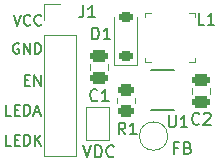
<source format=gto>
%TF.GenerationSoftware,KiCad,Pcbnew,7.0.2*%
%TF.CreationDate,2023-07-05T23:36:48-07:00*%
%TF.ProjectId,ap5726-lcd-backlight-driver,61703537-3236-42d6-9c63-642d6261636b,rev?*%
%TF.SameCoordinates,Original*%
%TF.FileFunction,Legend,Top*%
%TF.FilePolarity,Positive*%
%FSLAX46Y46*%
G04 Gerber Fmt 4.6, Leading zero omitted, Abs format (unit mm)*
G04 Created by KiCad (PCBNEW 7.0.2) date 2023-07-05 23:36:48*
%MOMM*%
%LPD*%
G01*
G04 APERTURE LIST*
G04 Aperture macros list*
%AMRoundRect*
0 Rectangle with rounded corners*
0 $1 Rounding radius*
0 $2 $3 $4 $5 $6 $7 $8 $9 X,Y pos of 4 corners*
0 Add a 4 corners polygon primitive as box body*
4,1,4,$2,$3,$4,$5,$6,$7,$8,$9,$2,$3,0*
0 Add four circle primitives for the rounded corners*
1,1,$1+$1,$2,$3*
1,1,$1+$1,$4,$5*
1,1,$1+$1,$6,$7*
1,1,$1+$1,$8,$9*
0 Add four rect primitives between the rounded corners*
20,1,$1+$1,$2,$3,$4,$5,0*
20,1,$1+$1,$4,$5,$6,$7,0*
20,1,$1+$1,$6,$7,$8,$9,0*
20,1,$1+$1,$8,$9,$2,$3,0*%
%AMOutline4P*
0 Free polygon, 4 corners , with rotation*
0 The origin of the aperture is its center*
0 number of corners: always 4*
0 $1 to $8 corner X, Y*
0 $9 Rotation angle, in degrees counterclockwise*
0 create outline with 4 corners*
4,1,4,$1,$2,$3,$4,$5,$6,$7,$8,$1,$2,$9*%
G04 Aperture macros list end*
%ADD10C,0.150000*%
%ADD11C,0.120000*%
%ADD12C,0.152400*%
%ADD13RoundRect,0.250000X-0.450000X0.262500X-0.450000X-0.262500X0.450000X-0.262500X0.450000X0.262500X0*%
%ADD14R,1.700000X1.700000*%
%ADD15O,1.700000X1.700000*%
%ADD16C,2.000000*%
%ADD17RoundRect,0.225000X0.375000X-0.225000X0.375000X0.225000X-0.375000X0.225000X-0.375000X-0.225000X0*%
%ADD18R,0.800000X0.550000*%
%ADD19O,0.800000X0.550000*%
%ADD20RoundRect,0.250000X-0.475000X0.250000X-0.475000X-0.250000X0.475000X-0.250000X0.475000X0.250000X0*%
%ADD21R,1.500000X1.000000*%
%ADD22Outline4P,-0.725000X-1.950000X0.725000X-1.350000X0.725000X1.350000X-0.725000X1.950000X180.000000*%
%ADD23Outline4P,-0.725000X-1.350000X0.725000X-1.950000X0.725000X1.950000X-0.725000X1.350000X180.000000*%
G04 APERTURE END LIST*
D10*
X151111142Y-92255428D02*
X151411142Y-92255428D01*
X151539714Y-92726857D02*
X151111142Y-92726857D01*
X151111142Y-92726857D02*
X151111142Y-91826857D01*
X151111142Y-91826857D02*
X151539714Y-91826857D01*
X151925428Y-92726857D02*
X151925428Y-91826857D01*
X151925428Y-91826857D02*
X152439714Y-92726857D01*
X152439714Y-92726857D02*
X152439714Y-91826857D01*
X150168285Y-86746857D02*
X150468285Y-87646857D01*
X150468285Y-87646857D02*
X150768285Y-86746857D01*
X151582571Y-87561142D02*
X151539714Y-87604000D01*
X151539714Y-87604000D02*
X151411142Y-87646857D01*
X151411142Y-87646857D02*
X151325428Y-87646857D01*
X151325428Y-87646857D02*
X151196857Y-87604000D01*
X151196857Y-87604000D02*
X151111142Y-87518285D01*
X151111142Y-87518285D02*
X151068285Y-87432571D01*
X151068285Y-87432571D02*
X151025428Y-87261142D01*
X151025428Y-87261142D02*
X151025428Y-87132571D01*
X151025428Y-87132571D02*
X151068285Y-86961142D01*
X151068285Y-86961142D02*
X151111142Y-86875428D01*
X151111142Y-86875428D02*
X151196857Y-86789714D01*
X151196857Y-86789714D02*
X151325428Y-86746857D01*
X151325428Y-86746857D02*
X151411142Y-86746857D01*
X151411142Y-86746857D02*
X151539714Y-86789714D01*
X151539714Y-86789714D02*
X151582571Y-86832571D01*
X152482571Y-87561142D02*
X152439714Y-87604000D01*
X152439714Y-87604000D02*
X152311142Y-87646857D01*
X152311142Y-87646857D02*
X152225428Y-87646857D01*
X152225428Y-87646857D02*
X152096857Y-87604000D01*
X152096857Y-87604000D02*
X152011142Y-87518285D01*
X152011142Y-87518285D02*
X151968285Y-87432571D01*
X151968285Y-87432571D02*
X151925428Y-87261142D01*
X151925428Y-87261142D02*
X151925428Y-87132571D01*
X151925428Y-87132571D02*
X151968285Y-86961142D01*
X151968285Y-86961142D02*
X152011142Y-86875428D01*
X152011142Y-86875428D02*
X152096857Y-86789714D01*
X152096857Y-86789714D02*
X152225428Y-86746857D01*
X152225428Y-86746857D02*
X152311142Y-86746857D01*
X152311142Y-86746857D02*
X152439714Y-86789714D01*
X152439714Y-86789714D02*
X152482571Y-86832571D01*
X150596857Y-89202714D02*
X150511143Y-89159857D01*
X150511143Y-89159857D02*
X150382571Y-89159857D01*
X150382571Y-89159857D02*
X150254000Y-89202714D01*
X150254000Y-89202714D02*
X150168285Y-89288428D01*
X150168285Y-89288428D02*
X150125428Y-89374142D01*
X150125428Y-89374142D02*
X150082571Y-89545571D01*
X150082571Y-89545571D02*
X150082571Y-89674142D01*
X150082571Y-89674142D02*
X150125428Y-89845571D01*
X150125428Y-89845571D02*
X150168285Y-89931285D01*
X150168285Y-89931285D02*
X150254000Y-90017000D01*
X150254000Y-90017000D02*
X150382571Y-90059857D01*
X150382571Y-90059857D02*
X150468285Y-90059857D01*
X150468285Y-90059857D02*
X150596857Y-90017000D01*
X150596857Y-90017000D02*
X150639714Y-89974142D01*
X150639714Y-89974142D02*
X150639714Y-89674142D01*
X150639714Y-89674142D02*
X150468285Y-89674142D01*
X151025428Y-90059857D02*
X151025428Y-89159857D01*
X151025428Y-89159857D02*
X151539714Y-90059857D01*
X151539714Y-90059857D02*
X151539714Y-89159857D01*
X151968285Y-90059857D02*
X151968285Y-89159857D01*
X151968285Y-89159857D02*
X152182571Y-89159857D01*
X152182571Y-89159857D02*
X152311142Y-89202714D01*
X152311142Y-89202714D02*
X152396857Y-89288428D01*
X152396857Y-89288428D02*
X152439714Y-89374142D01*
X152439714Y-89374142D02*
X152482571Y-89545571D01*
X152482571Y-89545571D02*
X152482571Y-89674142D01*
X152482571Y-89674142D02*
X152439714Y-89845571D01*
X152439714Y-89845571D02*
X152396857Y-89931285D01*
X152396857Y-89931285D02*
X152311142Y-90017000D01*
X152311142Y-90017000D02*
X152182571Y-90059857D01*
X152182571Y-90059857D02*
X151968285Y-90059857D01*
X149955571Y-95266857D02*
X149526999Y-95266857D01*
X149526999Y-95266857D02*
X149526999Y-94366857D01*
X150255570Y-94795428D02*
X150555570Y-94795428D01*
X150684142Y-95266857D02*
X150255570Y-95266857D01*
X150255570Y-95266857D02*
X150255570Y-94366857D01*
X150255570Y-94366857D02*
X150684142Y-94366857D01*
X151069856Y-95266857D02*
X151069856Y-94366857D01*
X151069856Y-94366857D02*
X151284142Y-94366857D01*
X151284142Y-94366857D02*
X151412713Y-94409714D01*
X151412713Y-94409714D02*
X151498428Y-94495428D01*
X151498428Y-94495428D02*
X151541285Y-94581142D01*
X151541285Y-94581142D02*
X151584142Y-94752571D01*
X151584142Y-94752571D02*
X151584142Y-94881142D01*
X151584142Y-94881142D02*
X151541285Y-95052571D01*
X151541285Y-95052571D02*
X151498428Y-95138285D01*
X151498428Y-95138285D02*
X151412713Y-95224000D01*
X151412713Y-95224000D02*
X151284142Y-95266857D01*
X151284142Y-95266857D02*
X151069856Y-95266857D01*
X151926999Y-95009714D02*
X152355571Y-95009714D01*
X151841285Y-95266857D02*
X152141285Y-94366857D01*
X152141285Y-94366857D02*
X152441285Y-95266857D01*
X149954000Y-97806857D02*
X149525428Y-97806857D01*
X149525428Y-97806857D02*
X149525428Y-96906857D01*
X150253999Y-97335428D02*
X150553999Y-97335428D01*
X150682571Y-97806857D02*
X150253999Y-97806857D01*
X150253999Y-97806857D02*
X150253999Y-96906857D01*
X150253999Y-96906857D02*
X150682571Y-96906857D01*
X151068285Y-97806857D02*
X151068285Y-96906857D01*
X151068285Y-96906857D02*
X151282571Y-96906857D01*
X151282571Y-96906857D02*
X151411142Y-96949714D01*
X151411142Y-96949714D02*
X151496857Y-97035428D01*
X151496857Y-97035428D02*
X151539714Y-97121142D01*
X151539714Y-97121142D02*
X151582571Y-97292571D01*
X151582571Y-97292571D02*
X151582571Y-97421142D01*
X151582571Y-97421142D02*
X151539714Y-97592571D01*
X151539714Y-97592571D02*
X151496857Y-97678285D01*
X151496857Y-97678285D02*
X151411142Y-97764000D01*
X151411142Y-97764000D02*
X151282571Y-97806857D01*
X151282571Y-97806857D02*
X151068285Y-97806857D01*
X151968285Y-97806857D02*
X151968285Y-96906857D01*
X152482571Y-97806857D02*
X152096857Y-97292571D01*
X152482571Y-96906857D02*
X151968285Y-97421142D01*
%TO.C,R1*%
X159619333Y-96865619D02*
X159286000Y-96389428D01*
X159047905Y-96865619D02*
X159047905Y-95865619D01*
X159047905Y-95865619D02*
X159428857Y-95865619D01*
X159428857Y-95865619D02*
X159524095Y-95913238D01*
X159524095Y-95913238D02*
X159571714Y-95960857D01*
X159571714Y-95960857D02*
X159619333Y-96056095D01*
X159619333Y-96056095D02*
X159619333Y-96198952D01*
X159619333Y-96198952D02*
X159571714Y-96294190D01*
X159571714Y-96294190D02*
X159524095Y-96341809D01*
X159524095Y-96341809D02*
X159428857Y-96389428D01*
X159428857Y-96389428D02*
X159047905Y-96389428D01*
X160571714Y-96865619D02*
X160000286Y-96865619D01*
X160286000Y-96865619D02*
X160286000Y-95865619D01*
X160286000Y-95865619D02*
X160190762Y-96008476D01*
X160190762Y-96008476D02*
X160095524Y-96103714D01*
X160095524Y-96103714D02*
X160000286Y-96151333D01*
%TO.C,J1*%
X156050666Y-85952619D02*
X156050666Y-86666904D01*
X156050666Y-86666904D02*
X156003047Y-86809761D01*
X156003047Y-86809761D02*
X155907809Y-86905000D01*
X155907809Y-86905000D02*
X155764952Y-86952619D01*
X155764952Y-86952619D02*
X155669714Y-86952619D01*
X157050666Y-86952619D02*
X156479238Y-86952619D01*
X156764952Y-86952619D02*
X156764952Y-85952619D01*
X156764952Y-85952619D02*
X156669714Y-86095476D01*
X156669714Y-86095476D02*
X156574476Y-86190714D01*
X156574476Y-86190714D02*
X156479238Y-86238333D01*
%TO.C,FB*%
X164059857Y-98002809D02*
X163726524Y-98002809D01*
X163726524Y-98526619D02*
X163726524Y-97526619D01*
X163726524Y-97526619D02*
X164202714Y-97526619D01*
X164917000Y-98002809D02*
X165059857Y-98050428D01*
X165059857Y-98050428D02*
X165107476Y-98098047D01*
X165107476Y-98098047D02*
X165155095Y-98193285D01*
X165155095Y-98193285D02*
X165155095Y-98336142D01*
X165155095Y-98336142D02*
X165107476Y-98431380D01*
X165107476Y-98431380D02*
X165059857Y-98479000D01*
X165059857Y-98479000D02*
X164964619Y-98526619D01*
X164964619Y-98526619D02*
X164583667Y-98526619D01*
X164583667Y-98526619D02*
X164583667Y-97526619D01*
X164583667Y-97526619D02*
X164917000Y-97526619D01*
X164917000Y-97526619D02*
X165012238Y-97574238D01*
X165012238Y-97574238D02*
X165059857Y-97621857D01*
X165059857Y-97621857D02*
X165107476Y-97717095D01*
X165107476Y-97717095D02*
X165107476Y-97812333D01*
X165107476Y-97812333D02*
X165059857Y-97907571D01*
X165059857Y-97907571D02*
X165012238Y-97955190D01*
X165012238Y-97955190D02*
X164917000Y-98002809D01*
X164917000Y-98002809D02*
X164583667Y-98002809D01*
%TO.C,D1*%
X156818905Y-88830619D02*
X156818905Y-87830619D01*
X156818905Y-87830619D02*
X157057000Y-87830619D01*
X157057000Y-87830619D02*
X157199857Y-87878238D01*
X157199857Y-87878238D02*
X157295095Y-87973476D01*
X157295095Y-87973476D02*
X157342714Y-88068714D01*
X157342714Y-88068714D02*
X157390333Y-88259190D01*
X157390333Y-88259190D02*
X157390333Y-88402047D01*
X157390333Y-88402047D02*
X157342714Y-88592523D01*
X157342714Y-88592523D02*
X157295095Y-88687761D01*
X157295095Y-88687761D02*
X157199857Y-88783000D01*
X157199857Y-88783000D02*
X157057000Y-88830619D01*
X157057000Y-88830619D02*
X156818905Y-88830619D01*
X158342714Y-88830619D02*
X157771286Y-88830619D01*
X158057000Y-88830619D02*
X158057000Y-87830619D01*
X158057000Y-87830619D02*
X157961762Y-87973476D01*
X157961762Y-87973476D02*
X157866524Y-88068714D01*
X157866524Y-88068714D02*
X157771286Y-88116333D01*
%TO.C,U1*%
X163298296Y-95246818D02*
X163298296Y-96056341D01*
X163298296Y-96056341D02*
X163345915Y-96151579D01*
X163345915Y-96151579D02*
X163393534Y-96199199D01*
X163393534Y-96199199D02*
X163488772Y-96246818D01*
X163488772Y-96246818D02*
X163679248Y-96246818D01*
X163679248Y-96246818D02*
X163774486Y-96199199D01*
X163774486Y-96199199D02*
X163822105Y-96151579D01*
X163822105Y-96151579D02*
X163869724Y-96056341D01*
X163869724Y-96056341D02*
X163869724Y-95246818D01*
X164869724Y-96246818D02*
X164298296Y-96246818D01*
X164584010Y-96246818D02*
X164584010Y-95246818D01*
X164584010Y-95246818D02*
X164488772Y-95389675D01*
X164488772Y-95389675D02*
X164393534Y-95484913D01*
X164393534Y-95484913D02*
X164298296Y-95532532D01*
%TO.C,C1*%
X157240333Y-93955380D02*
X157192714Y-94003000D01*
X157192714Y-94003000D02*
X157049857Y-94050619D01*
X157049857Y-94050619D02*
X156954619Y-94050619D01*
X156954619Y-94050619D02*
X156811762Y-94003000D01*
X156811762Y-94003000D02*
X156716524Y-93907761D01*
X156716524Y-93907761D02*
X156668905Y-93812523D01*
X156668905Y-93812523D02*
X156621286Y-93622047D01*
X156621286Y-93622047D02*
X156621286Y-93479190D01*
X156621286Y-93479190D02*
X156668905Y-93288714D01*
X156668905Y-93288714D02*
X156716524Y-93193476D01*
X156716524Y-93193476D02*
X156811762Y-93098238D01*
X156811762Y-93098238D02*
X156954619Y-93050619D01*
X156954619Y-93050619D02*
X157049857Y-93050619D01*
X157049857Y-93050619D02*
X157192714Y-93098238D01*
X157192714Y-93098238D02*
X157240333Y-93145857D01*
X158192714Y-94050619D02*
X157621286Y-94050619D01*
X157907000Y-94050619D02*
X157907000Y-93050619D01*
X157907000Y-93050619D02*
X157811762Y-93193476D01*
X157811762Y-93193476D02*
X157716524Y-93288714D01*
X157716524Y-93288714D02*
X157621286Y-93336333D01*
%TO.C,C2*%
X165876333Y-95949380D02*
X165828714Y-95997000D01*
X165828714Y-95997000D02*
X165685857Y-96044619D01*
X165685857Y-96044619D02*
X165590619Y-96044619D01*
X165590619Y-96044619D02*
X165447762Y-95997000D01*
X165447762Y-95997000D02*
X165352524Y-95901761D01*
X165352524Y-95901761D02*
X165304905Y-95806523D01*
X165304905Y-95806523D02*
X165257286Y-95616047D01*
X165257286Y-95616047D02*
X165257286Y-95473190D01*
X165257286Y-95473190D02*
X165304905Y-95282714D01*
X165304905Y-95282714D02*
X165352524Y-95187476D01*
X165352524Y-95187476D02*
X165447762Y-95092238D01*
X165447762Y-95092238D02*
X165590619Y-95044619D01*
X165590619Y-95044619D02*
X165685857Y-95044619D01*
X165685857Y-95044619D02*
X165828714Y-95092238D01*
X165828714Y-95092238D02*
X165876333Y-95139857D01*
X166257286Y-95139857D02*
X166304905Y-95092238D01*
X166304905Y-95092238D02*
X166400143Y-95044619D01*
X166400143Y-95044619D02*
X166638238Y-95044619D01*
X166638238Y-95044619D02*
X166733476Y-95092238D01*
X166733476Y-95092238D02*
X166781095Y-95139857D01*
X166781095Y-95139857D02*
X166828714Y-95235095D01*
X166828714Y-95235095D02*
X166828714Y-95330333D01*
X166828714Y-95330333D02*
X166781095Y-95473190D01*
X166781095Y-95473190D02*
X166209667Y-96044619D01*
X166209667Y-96044619D02*
X166828714Y-96044619D01*
%TO.C,VDC*%
X156066667Y-97800619D02*
X156400000Y-98800619D01*
X156400000Y-98800619D02*
X156733333Y-97800619D01*
X157066667Y-98800619D02*
X157066667Y-97800619D01*
X157066667Y-97800619D02*
X157304762Y-97800619D01*
X157304762Y-97800619D02*
X157447619Y-97848238D01*
X157447619Y-97848238D02*
X157542857Y-97943476D01*
X157542857Y-97943476D02*
X157590476Y-98038714D01*
X157590476Y-98038714D02*
X157638095Y-98229190D01*
X157638095Y-98229190D02*
X157638095Y-98372047D01*
X157638095Y-98372047D02*
X157590476Y-98562523D01*
X157590476Y-98562523D02*
X157542857Y-98657761D01*
X157542857Y-98657761D02*
X157447619Y-98753000D01*
X157447619Y-98753000D02*
X157304762Y-98800619D01*
X157304762Y-98800619D02*
X157066667Y-98800619D01*
X158638095Y-98705380D02*
X158590476Y-98753000D01*
X158590476Y-98753000D02*
X158447619Y-98800619D01*
X158447619Y-98800619D02*
X158352381Y-98800619D01*
X158352381Y-98800619D02*
X158209524Y-98753000D01*
X158209524Y-98753000D02*
X158114286Y-98657761D01*
X158114286Y-98657761D02*
X158066667Y-98562523D01*
X158066667Y-98562523D02*
X158019048Y-98372047D01*
X158019048Y-98372047D02*
X158019048Y-98229190D01*
X158019048Y-98229190D02*
X158066667Y-98038714D01*
X158066667Y-98038714D02*
X158114286Y-97943476D01*
X158114286Y-97943476D02*
X158209524Y-97848238D01*
X158209524Y-97848238D02*
X158352381Y-97800619D01*
X158352381Y-97800619D02*
X158447619Y-97800619D01*
X158447619Y-97800619D02*
X158590476Y-97848238D01*
X158590476Y-97848238D02*
X158638095Y-97895857D01*
%TO.C,L1*%
X166298333Y-87588619D02*
X165822143Y-87588619D01*
X165822143Y-87588619D02*
X165822143Y-86588619D01*
X167155476Y-87588619D02*
X166584048Y-87588619D01*
X166869762Y-87588619D02*
X166869762Y-86588619D01*
X166869762Y-86588619D02*
X166774524Y-86731476D01*
X166774524Y-86731476D02*
X166679286Y-86826714D01*
X166679286Y-86826714D02*
X166584048Y-86874333D01*
D11*
%TO.C,R1*%
X160395000Y-93762936D02*
X160395000Y-94217064D01*
X158925000Y-93762936D02*
X158925000Y-94217064D01*
%TO.C,J1*%
X152768000Y-85839000D02*
X154098000Y-85839000D01*
X152768000Y-87169000D02*
X152768000Y-85839000D01*
X152768000Y-88439000D02*
X152768000Y-98659000D01*
X152768000Y-88439000D02*
X155428000Y-88439000D01*
X152768000Y-98659000D02*
X155428000Y-98659000D01*
X155428000Y-88439000D02*
X155428000Y-98659000D01*
%TO.C,FB*%
X163204000Y-97014000D02*
G75*
G03*
X163204000Y-97014000I-1200000J0D01*
G01*
%TO.C,D1*%
X158631000Y-90956000D02*
X160631000Y-90956000D01*
X158631000Y-90956000D02*
X158631000Y-86946000D01*
X160631000Y-90956000D02*
X160631000Y-86946000D01*
D12*
%TO.C,U1*%
X161813201Y-94794198D02*
X163767201Y-94794198D01*
X163767201Y-91440200D02*
X161813201Y-91440200D01*
D11*
%TO.C,C1*%
X158113000Y-90913748D02*
X158113000Y-91436252D01*
X156643000Y-90913748D02*
X156643000Y-91436252D01*
%TO.C,C2*%
X166749000Y-92907748D02*
X166749000Y-93430252D01*
X165279000Y-92907748D02*
X165279000Y-93430252D01*
%TO.C,VDC*%
X158251000Y-94525000D02*
X158251000Y-97325000D01*
X156251000Y-94525000D02*
X158251000Y-94525000D01*
X158251000Y-97325000D02*
X156251000Y-97325000D01*
X156251000Y-97325000D02*
X156251000Y-94525000D01*
%TO.C,L1*%
X165517000Y-90758000D02*
X165517000Y-90358000D01*
X165517000Y-86958000D02*
X165517000Y-86558000D01*
X165517000Y-86558000D02*
X165017000Y-86558000D01*
X165017000Y-90758000D02*
X165517000Y-90758000D01*
X161817000Y-90758000D02*
X161317000Y-90758000D01*
X161317000Y-90758000D02*
X161317000Y-90358000D01*
X161317000Y-86958000D02*
X161317000Y-86558000D01*
X161317000Y-86558000D02*
X161817000Y-86558000D01*
%TD*%
%LPC*%
D13*
%TO.C,R1*%
X159660000Y-93077500D03*
X159660000Y-94902500D03*
%TD*%
D14*
%TO.C,J1*%
X154098000Y-87169000D03*
D15*
X154098000Y-89709000D03*
X154098000Y-92249000D03*
X154098000Y-94789000D03*
X154098000Y-97329000D03*
%TD*%
D16*
%TO.C,FB*%
X162004000Y-97014000D03*
%TD*%
D17*
%TO.C,D1*%
X159631000Y-90246000D03*
X159631000Y-86946000D03*
%TD*%
D18*
%TO.C,U1*%
X161590201Y-92167198D03*
D19*
X161590201Y-93117199D03*
X161590201Y-94067200D03*
X163990201Y-94067200D03*
X163990201Y-93117199D03*
X163990201Y-92167198D03*
%TD*%
D20*
%TO.C,C1*%
X157378000Y-90225000D03*
X157378000Y-92125000D03*
%TD*%
%TO.C,C2*%
X166014000Y-92219000D03*
X166014000Y-94119000D03*
%TD*%
D21*
%TO.C,VDC*%
X157251000Y-95275000D03*
X157251000Y-96575000D03*
%TD*%
D22*
%TO.C,L1*%
X161942000Y-88658000D03*
D23*
X164892000Y-88658000D03*
%TD*%
%LPD*%
M02*

</source>
